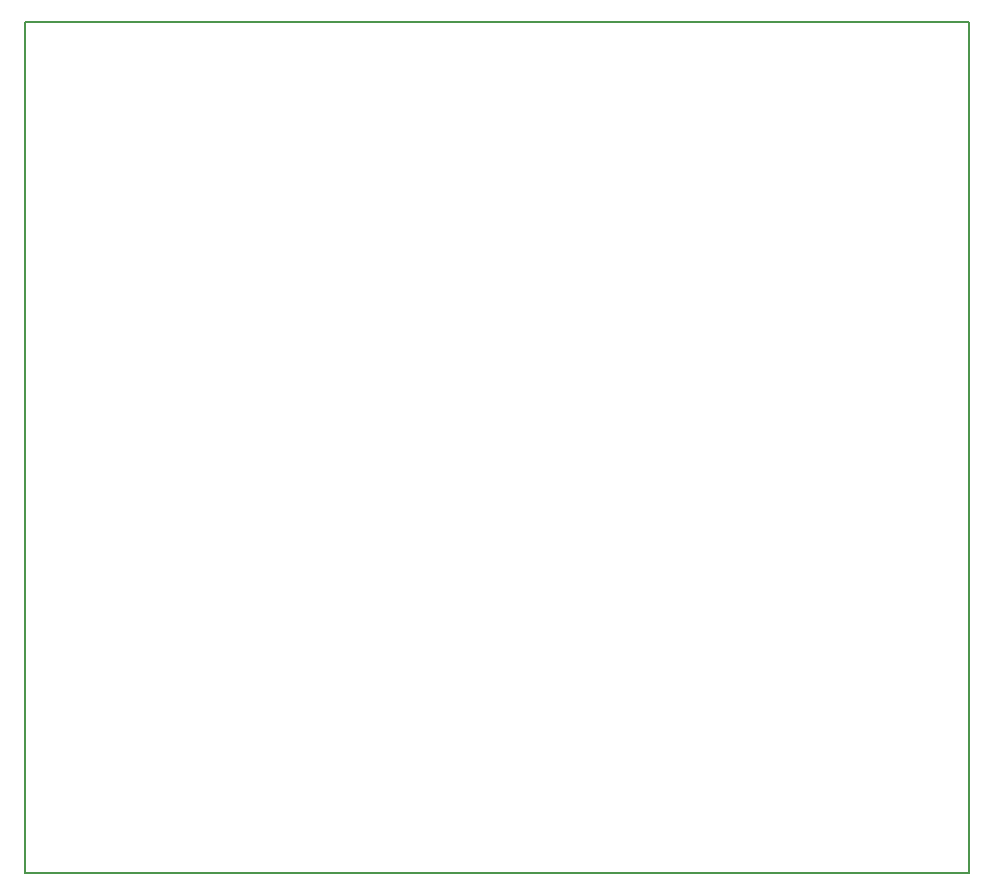
<source format=gm1>
G04 #@! TF.GenerationSoftware,KiCad,Pcbnew,5.0.0-fee4fd1~66~ubuntu18.04.1*
G04 #@! TF.CreationDate,2018-09-30T17:11:51-04:00*
G04 #@! TF.ProjectId,pH-ORP-Card,70482D4F52502D436172642E6B696361,rev?*
G04 #@! TF.SameCoordinates,Original*
G04 #@! TF.FileFunction,Profile,NP*
%FSLAX46Y46*%
G04 Gerber Fmt 4.6, Leading zero omitted, Abs format (unit mm)*
G04 Created by KiCad (PCBNEW 5.0.0-fee4fd1~66~ubuntu18.04.1) date Sun Sep 30 17:11:51 2018*
%MOMM*%
%LPD*%
G01*
G04 APERTURE LIST*
%ADD10C,0.150000*%
G04 APERTURE END LIST*
D10*
X80000000Y0D02*
X0Y0D01*
X80000000Y72000000D02*
X80000000Y0D01*
X0Y72000000D02*
X80000000Y72000000D01*
X0Y0D02*
X0Y72000000D01*
M02*

</source>
